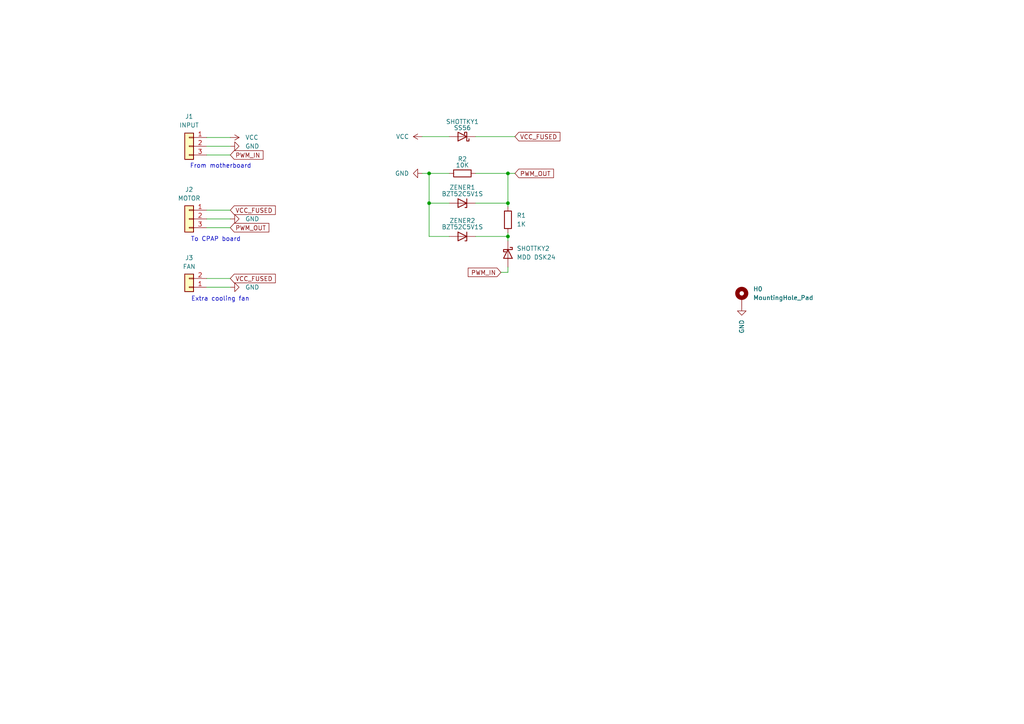
<source format=kicad_sch>
(kicad_sch (version 20211123) (generator eeschema)
  (paper "A4")
  (lib_symbols
    (symbol "Connector_Generic:Conn_01x02" (pin_names (offset 1.016) hide)
      (property "Reference" "J" (at 0 2.54 0))
      (property "Value" "Conn_01x02" (at 0 -5.08 0))
      (symbol "Conn_01x02_1_1"
        (rectangle (start -1.27 -2.413) (end 0 -2.667) (stroke (width 0.1524)))
        (rectangle (start -1.27 0.127) (end 0 -0.127) (stroke (width 0.1524)))
        (rectangle (start -1.27 1.27) (end 1.27 -3.81) (stroke (width 0.254)) (fill (type background)))
        (pin passive line (at -5.08 0 0) (length 3.81) (name "Pin_1") (number "1"))
        (pin passive line (at -5.08 -2.54 0) (length 3.81) (name "Pin_2") (number "2"))
      )
    )
    (symbol "Connector_Generic:Conn_01x03" (pin_names (offset 1.016) hide)
      (property "Reference" "J" (at 0 5.08 0))
      (property "Value" "Conn_01x03" (at 0 -5.08 0))
      (symbol "Conn_01x03_1_1"
        (rectangle (start -1.27 -2.413) (end 0 -2.667) (stroke (width 0.1524)))
        (rectangle (start -1.27 0.127) (end 0 -0.127) (stroke (width 0.1524)))
        (rectangle (start -1.27 2.667) (end 0 2.413) (stroke (width 0.1524)))
        (rectangle (start -1.27 3.81) (end 1.27 -3.81) (stroke (width 0.254)) (fill (type background)))
        (pin passive line (at -5.08 2.54 0) (length 3.81) (name "Pin_1") (number "1"))
        (pin passive line (at -5.08 0 0) (length 3.81) (name "Pin_2") (number "2"))
        (pin passive line (at -5.08 -2.54 0) (length 3.81) (name "Pin_3") (number "3"))
      )
    )
    (symbol "Device:D_Schottky" (pin_numbers hide) (pin_names (offset 1.016) hide)
      (property "Reference" "D" (at 0 2.54 0))
      (property "Value" "D_Schottky" (at 0 -2.54 0))
      (symbol "D_Schottky_0_1"
        (polyline (pts (xy 1.27 0) (xy -1.27 0)))
        (polyline (pts (xy 1.27 1.27) (xy 1.27 -1.27) (xy -1.27 0) (xy 1.27 1.27)) (stroke (width 0.254)))
        (polyline (pts (xy -1.905 0.635) (xy -1.905 1.27) (xy -1.27 1.27) (xy -1.27 -1.27) (xy -0.635 -1.27) (xy -0.635 -0.635)) (stroke (width 0.254)))
      )
      (symbol "D_Schottky_1_1"
        (pin passive line (at -3.81 0 0) (length 2.54) (name "K") (number "1"))
        (pin passive line (at 3.81 0 180) (length 2.54) (name "A") (number "2"))
      )
    )
    (symbol "Device:D_Zener" (pin_numbers hide) (pin_names (offset 1.016) hide)
      (property "Reference" "D" (at 0 2.54 0))
      (property "Value" "D_Zener" (at 0 -2.54 0))
      (symbol "D_Zener_0_1"
        (polyline (pts (xy 1.27 0) (xy -1.27 0)))
        (polyline (pts (xy -1.27 -1.27) (xy -1.27 1.27) (xy -0.762 1.27)) (stroke (width 0.254)))
        (polyline (pts (xy 1.27 -1.27) (xy 1.27 1.27) (xy -1.27 0) (xy 1.27 -1.27)) (stroke (width 0.254)))
      )
      (symbol "D_Zener_1_1"
        (pin passive line (at -3.81 0 0) (length 2.54) (name "K") (number "1"))
        (pin passive line (at 3.81 0 180) (length 2.54) (name "A") (number "2"))
      )
    )
    (symbol "Device:R" (pin_numbers hide) (pin_names (offset 0))
      (property "Reference" "R" (at 2.032 0 90))
      (property "Value" "R" (at 0 0 90))
      (symbol "R_0_1"
        (rectangle (start -1.016 -2.54) (end 1.016 2.54) (stroke (width 0.254)))
      )
      (symbol "R_1_1"
        (pin passive line (at 0 3.81 270) (length 1.27) (name "~") (number "1"))
        (pin passive line (at 0 -3.81 90) (length 1.27) (name "~") (number "2"))
      )
    )
    (symbol "Mechanical:MountingHole_Pad" (pin_numbers hide) (pin_names (offset 1.016) hide)
      (property "Reference" "H" (at 0 6.35 0))
      (property "Value" "MountingHole_Pad" (at 0 4.445 0))
      (symbol "MountingHole_Pad_0_1"
        (circle (center 0 1.27) (radius 1.27) (stroke (width 1.27)))
      )
      (symbol "MountingHole_Pad_1_1"
        (pin input line (at 0 -2.54 90) (length 2.54) (name "1") (number "1"))
      )
    )
    (symbol "power:GND" (power) (pin_names (offset 0))
      (property "Value" "GND" (at 0 -3.81 0))
      (symbol "GND_0_1"
        (polyline (pts (xy 0 0) (xy 0 -1.27) (xy 1.27 -1.27) (xy 0 -2.54) (xy -1.27 -1.27) (xy 0 -1.27)))
      )
      (symbol "GND_1_1"
        (pin power_in line (at 0 0 270) (length 0) hide (name "GND") (number "1"))
      )
    )
    (symbol "power:VCC" (power) (pin_names (offset 0))
      (property "Value" "VCC" (at 0 3.81 0))
      (symbol "VCC_0_1"
        (polyline (pts (xy -0.762 1.27) (xy 0 2.54)))
        (polyline (pts (xy 0 0) (xy 0 2.54)))
        (polyline (pts (xy 0 2.54) (xy 0.762 1.27)))
      )
      (symbol "VCC_1_1"
        (pin power_in line (at 0 0 90) (length 0) hide (name "VCC") (number "1"))
      )
    )
  )
  (junction (at 147.32 50.292))
  (junction (at 124.46 58.928))
  (junction (at 147.32 68.58))
  (junction (at 147.32 58.928))
  (junction (at 124.46 50.292))
  (wire (pts (xy 147.32 69.85) (xy 147.32 68.58)))
  (wire (pts (xy 59.944 80.772) (xy 66.802 80.772)))
  (wire (pts (xy 122.428 39.624) (xy 130.302 39.624)))
  (wire (pts (xy 59.944 66.04) (xy 66.802 66.04)))
  (wire (pts (xy 59.944 44.958) (xy 66.802 44.958)))
  (wire (pts (xy 145.288 78.994) (xy 147.32 78.994)))
  (wire (pts (xy 124.46 50.292) (xy 124.46 58.928)))
  (wire (pts (xy 59.944 42.418) (xy 66.802 42.418)))
  (wire (pts (xy 147.32 50.292) (xy 149.352 50.292)))
  (wire (pts (xy 137.922 58.928) (xy 147.32 58.928)))
  (wire (pts (xy 59.944 63.5) (xy 66.802 63.5)))
  (wire (pts (xy 59.944 60.96) (xy 66.802 60.96)))
  (wire (pts (xy 137.922 68.58) (xy 147.32 68.58)))
  (wire (pts (xy 147.32 50.292) (xy 147.32 58.928)))
  (wire (pts (xy 124.46 58.928) (xy 124.46 68.58)))
  (wire (pts (xy 122.428 50.292) (xy 124.46 50.292)))
  (wire (pts (xy 59.944 39.878) (xy 66.802 39.878)))
  (wire (pts (xy 137.922 39.624) (xy 149.352 39.624)))
  (wire (pts (xy 124.46 50.292) (xy 130.302 50.292)))
  (wire (pts (xy 124.46 68.58) (xy 130.302 68.58)))
  (wire (pts (xy 137.922 50.292) (xy 147.32 50.292)))
  (wire (pts (xy 147.32 77.47) (xy 147.32 78.994)))
  (wire (pts (xy 147.32 67.564) (xy 147.32 68.58)))
  (wire (pts (xy 59.944 83.312) (xy 66.802 83.312)))
  (wire (pts (xy 147.32 59.944) (xy 147.32 58.928)))
  (wire (pts (xy 124.46 58.928) (xy 130.302 58.928)))
  (text "Extra cooling fan" (at 55.4228 87.5284 0) (effects (font (size 1.27 1.27)) (justify left bottom)))
  (text "From motherboard" (at 55.0672 48.9712 0) (effects (font (size 1.27 1.27)) (justify left bottom)))
  (text "To CPAP board" (at 55.3212 70.2056 0) (effects (font (size 1.27 1.27)) (justify left bottom)))
  (global_label "PWM_OUT" (shape input) (at 149.352 50.292 0) (property "Intersheet References" "${INTERSHEET_REFS}" (effects hide)))
  (global_label "PWM_OUT" (shape input) (at 66.802 66.04 0) (property "Intersheet References" "${INTERSHEET_REFS}" (effects hide)))
  (global_label "VCC_FUSED" (shape input) (at 66.802 80.772 0) (property "Intersheet References" "${INTERSHEET_REFS}" (effects hide)))
  (global_label "PWM_IN" (shape input) (at 145.288 78.994 180) (property "Intersheet References" "${INTERSHEET_REFS}" (effects hide)))
  (global_label "VCC_FUSED" (shape input) (at 149.352 39.624 0) (property "Intersheet References" "${INTERSHEET_REFS}" (effects hide)))
  (global_label "VCC_FUSED" (shape input) (at 66.802 60.96 0) (property "Intersheet References" "${INTERSHEET_REFS}" (effects hide)))
  (global_label "PWM_IN" (shape input) (at 66.802 44.958 0) (property "Intersheet References" "${INTERSHEET_REFS}" (effects hide)))
  (symbol (lib_id "Device:D_Schottky") (at 147.32 73.66 270) (unit 1)
    (property "Reference" "SHOTTKY2" (at 149.86 72.0724 90) (effects (justify left)))
    (property "Value" "MDD DSK24" (at 149.86 74.6124 90) (effects (justify left)))
    (property "Footprint" "Diode_SMD:D_SOD-123F" (effects hide))
  )
  (symbol (lib_id "power:GND") (at 66.802 83.312 90) (unit 1)
    (property "Reference" "#PWR0105" (effects hide))
    (property "Value" "GND" (at 71.12 83.3119 90) (effects (justify right)))
  )
  (symbol (lib_id "Connector_Generic:Conn_01x02") (at 54.864 83.312 180) (unit 1)
    (property "Reference" "J3" (at 54.864 74.7862 0))
    (property "Value" "FAN" (at 54.864 77.3231 0))
    (property "Footprint" "Connector_JST:JST_XH_B2B-XH-A_1x02_P2.50mm_Vertical" (effects hide))
  )
  (symbol (lib_id "power:GND") (at 66.802 42.418 90) (unit 1)
    (property "Reference" "#PWR0102" (effects hide))
    (property "Value" "GND" (at 71.12 42.4179 90) (effects (justify right)))
  )
  (symbol (lib_id "Mechanical:MountingHole_Pad") (at 215.138 86.36 0) (unit 1)
    (property "Reference" "H0" (at 218.44 83.8199 0) (effects (justify left)))
    (property "Value" "MountingHole_Pad" (at 218.44 86.3599 0) (effects (justify left)))
    (property "Footprint" "MountingHole:MountingHole_3.2mm_M3_DIN965_Pad" (effects hide))
  )
  (symbol (lib_id "power:VCC") (at 122.428 39.624 90) (unit 1)
    (property "Reference" "#PWR0103" (effects hide))
    (property "Value" "VCC" (at 114.808 39.624 90) (effects (justify right)))
  )
  (symbol (lib_id "power:VCC") (at 66.802 39.878 270) (unit 1)
    (property "Reference" "#PWR0101" (effects hide))
    (property "Value" "VCC" (at 71.12 39.8779 90) (effects (justify left)))
  )
  (symbol (lib_id "Connector_Generic:Conn_01x03") (at 54.864 42.418 0) (mirror y) (unit 1)
    (property "Reference" "J1" (at 54.864 33.782 0))
    (property "Value" "INPUT" (at 54.864 36.322 0))
    (property "Footprint" "Connector_JST:JST_XH_B3B-XH-A_1x03_P2.50mm_Vertical" (effects hide))
  )
  (symbol (lib_id "Device:R") (at 147.32 63.754 0) (unit 1)
    (property "Reference" "R1" (at 149.86 62.4839 0) (effects (justify left)))
    (property "Value" "1K" (at 149.86 65.0239 0) (effects (justify left)))
    (property "Footprint" "Resistor_SMD:R_0805_2012Metric" (effects hide))
  )
  (symbol (lib_id "Device:R") (at 134.112 50.292 270) (unit 1)
    (property "Reference" "R2" (at 134.112 46.1264 90))
    (property "Value" "10K" (at 134.112 47.9044 90))
    (property "Footprint" "Resistor_SMD:R_0805_2012Metric" (effects hide))
  )
  (symbol (lib_id "power:GND") (at 215.138 88.9 0) (unit 1)
    (property "Reference" "#PWR0107" (effects hide))
    (property "Value" "GND" (at 215.1381 96.774 90) (effects (justify left)))
  )
  (symbol (lib_id "Connector_Generic:Conn_01x03") (at 54.864 63.5 0) (mirror y) (unit 1)
    (property "Reference" "J2" (at 54.864 54.9742 0))
    (property "Value" "MOTOR" (at 54.864 57.5111 0))
    (property "Footprint" "Connector_JST:JST_XH_B3B-XH-A_1x03_P2.50mm_Vertical" (effects hide))
  )
  (symbol (lib_id "power:GND") (at 122.428 50.292 270) (unit 1)
    (property "Reference" "#PWR0104" (effects hide))
    (property "Value" "GND" (at 114.554 50.2921 90) (effects (justify left)))
  )
  (symbol (lib_id "Device:D_Schottky") (at 134.112 39.624 180) (unit 1)
    (property "Reference" "SHOTTKY1" (at 134.112 35.306 0))
    (property "Value" "SS56" (at 134.112 37.084 0))
    (property "Footprint" "Diode_SMD:D_SMC" (effects hide))
  )
  (symbol (lib_id "Device:D_Zener") (at 134.112 68.58 180) (unit 1)
    (property "Reference" "ZENER2" (at 134.112 64.008 0))
    (property "Value" "BZT52C5V1S" (at 134.112 65.8368 0))
    (property "Footprint" "Diode_SMD:D_SOD-323" (effects hide))
  )
  (symbol (lib_id "power:GND") (at 66.802 63.5 90) (unit 1)
    (property "Reference" "#PWR0106" (effects hide))
    (property "Value" "GND" (at 71.12 63.4999 90) (effects (justify right)))
  )
  (symbol (lib_id "Device:D_Zener") (at 134.112 58.928 180) (unit 1)
    (property "Reference" "ZENER1" (at 134.112 54.356 0))
    (property "Value" "BZT52C5V1S" (at 134.112 56.2356 0))
    (property "Footprint" "Diode_SMD:D_SOD-323" (effects hide))
  )
)
</source>
